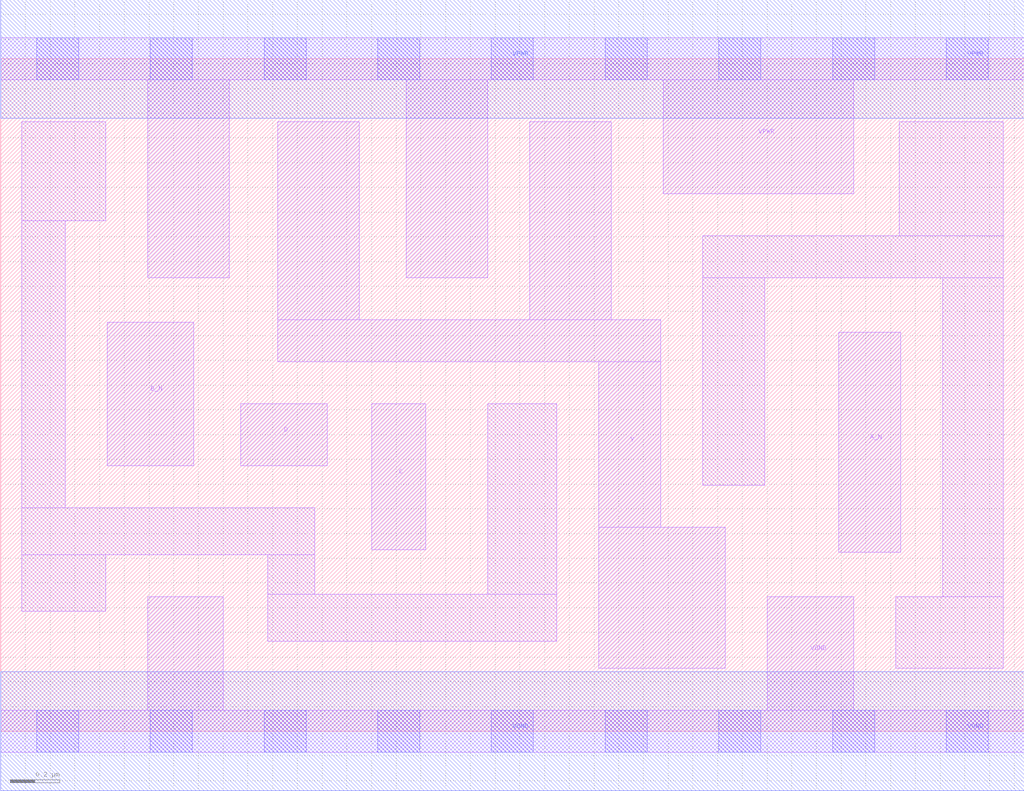
<source format=lef>
# Copyright 2020 The SkyWater PDK Authors
#
# Licensed under the Apache License, Version 2.0 (the "License");
# you may not use this file except in compliance with the License.
# You may obtain a copy of the License at
#
#     https://www.apache.org/licenses/LICENSE-2.0
#
# Unless required by applicable law or agreed to in writing, software
# distributed under the License is distributed on an "AS IS" BASIS,
# WITHOUT WARRANTIES OR CONDITIONS OF ANY KIND, either express or implied.
# See the License for the specific language governing permissions and
# limitations under the License.
#
# SPDX-License-Identifier: Apache-2.0

VERSION 5.7 ;
  NAMESCASESENSITIVE ON ;
  NOWIREEXTENSIONATPIN ON ;
  DIVIDERCHAR "/" ;
  BUSBITCHARS "[]" ;
UNITS
  DATABASE MICRONS 200 ;
END UNITS
MACRO sky130_fd_sc_hd__nand4bb_1
  CLASS CORE ;
  SOURCE USER ;
  FOREIGN sky130_fd_sc_hd__nand4bb_1 ;
  ORIGIN  0.000000  0.000000 ;
  SIZE  4.140000 BY  2.720000 ;
  SYMMETRY X Y R90 ;
  SITE unithd ;
  PIN A_N
    ANTENNAGATEAREA  0.126000 ;
    DIRECTION INPUT ;
    USE SIGNAL ;
    PORT
      LAYER li1 ;
        RECT 3.390000 0.725000 3.640000 1.615000 ;
    END
  END A_N
  PIN B_N
    ANTENNAGATEAREA  0.126000 ;
    DIRECTION INPUT ;
    USE SIGNAL ;
    PORT
      LAYER li1 ;
        RECT 0.430000 1.075000 0.780000 1.655000 ;
    END
  END B_N
  PIN C
    ANTENNAGATEAREA  0.247500 ;
    DIRECTION INPUT ;
    USE SIGNAL ;
    PORT
      LAYER li1 ;
        RECT 1.500000 0.735000 1.720000 1.325000 ;
    END
  END C
  PIN D
    ANTENNAGATEAREA  0.247500 ;
    DIRECTION INPUT ;
    USE SIGNAL ;
    PORT
      LAYER li1 ;
        RECT 0.970000 1.075000 1.320000 1.325000 ;
    END
  END D
  PIN Y
    ANTENNADIFFAREA  0.909000 ;
    DIRECTION OUTPUT ;
    USE SIGNAL ;
    PORT
      LAYER li1 ;
        RECT 1.120000 1.495000 2.670000 1.665000 ;
        RECT 1.120000 1.665000 1.450000 2.465000 ;
        RECT 2.140000 1.665000 2.470000 2.465000 ;
        RECT 2.420000 0.255000 2.930000 0.825000 ;
        RECT 2.420000 0.825000 2.670000 1.495000 ;
    END
  END Y
  PIN VGND
    DIRECTION INOUT ;
    SHAPE ABUTMENT ;
    USE GROUND ;
    PORT
      LAYER li1 ;
        RECT 0.000000 -0.085000 4.140000 0.085000 ;
        RECT 0.595000  0.085000 0.900000 0.545000 ;
        RECT 3.100000  0.085000 3.450000 0.545000 ;
      LAYER mcon ;
        RECT 0.145000 -0.085000 0.315000 0.085000 ;
        RECT 0.605000 -0.085000 0.775000 0.085000 ;
        RECT 1.065000 -0.085000 1.235000 0.085000 ;
        RECT 1.525000 -0.085000 1.695000 0.085000 ;
        RECT 1.985000 -0.085000 2.155000 0.085000 ;
        RECT 2.445000 -0.085000 2.615000 0.085000 ;
        RECT 2.905000 -0.085000 3.075000 0.085000 ;
        RECT 3.365000 -0.085000 3.535000 0.085000 ;
        RECT 3.825000 -0.085000 3.995000 0.085000 ;
      LAYER met1 ;
        RECT 0.000000 -0.240000 4.140000 0.240000 ;
    END
  END VGND
  PIN VPWR
    DIRECTION INOUT ;
    SHAPE ABUTMENT ;
    USE POWER ;
    PORT
      LAYER li1 ;
        RECT 0.000000 2.635000 4.140000 2.805000 ;
        RECT 0.595000 1.835000 0.925000 2.635000 ;
        RECT 1.640000 1.835000 1.970000 2.635000 ;
        RECT 2.680000 2.175000 3.450000 2.635000 ;
      LAYER mcon ;
        RECT 0.145000 2.635000 0.315000 2.805000 ;
        RECT 0.605000 2.635000 0.775000 2.805000 ;
        RECT 1.065000 2.635000 1.235000 2.805000 ;
        RECT 1.525000 2.635000 1.695000 2.805000 ;
        RECT 1.985000 2.635000 2.155000 2.805000 ;
        RECT 2.445000 2.635000 2.615000 2.805000 ;
        RECT 2.905000 2.635000 3.075000 2.805000 ;
        RECT 3.365000 2.635000 3.535000 2.805000 ;
        RECT 3.825000 2.635000 3.995000 2.805000 ;
      LAYER met1 ;
        RECT 0.000000 2.480000 4.140000 2.960000 ;
    END
  END VPWR
  OBS
    LAYER li1 ;
      RECT 0.085000 0.485000 0.425000 0.715000 ;
      RECT 0.085000 0.715000 1.270000 0.905000 ;
      RECT 0.085000 0.905000 0.260000 2.065000 ;
      RECT 0.085000 2.065000 0.425000 2.465000 ;
      RECT 1.080000 0.365000 2.250000 0.555000 ;
      RECT 1.080000 0.555000 1.270000 0.715000 ;
      RECT 1.970000 0.555000 2.250000 1.325000 ;
      RECT 2.840000 0.995000 3.090000 1.835000 ;
      RECT 2.840000 1.835000 4.055000 2.005000 ;
      RECT 3.620000 0.255000 4.055000 0.545000 ;
      RECT 3.635000 2.005000 4.055000 2.465000 ;
      RECT 3.810000 0.545000 4.055000 1.835000 ;
  END
END sky130_fd_sc_hd__nand4bb_1
END LIBRARY

</source>
